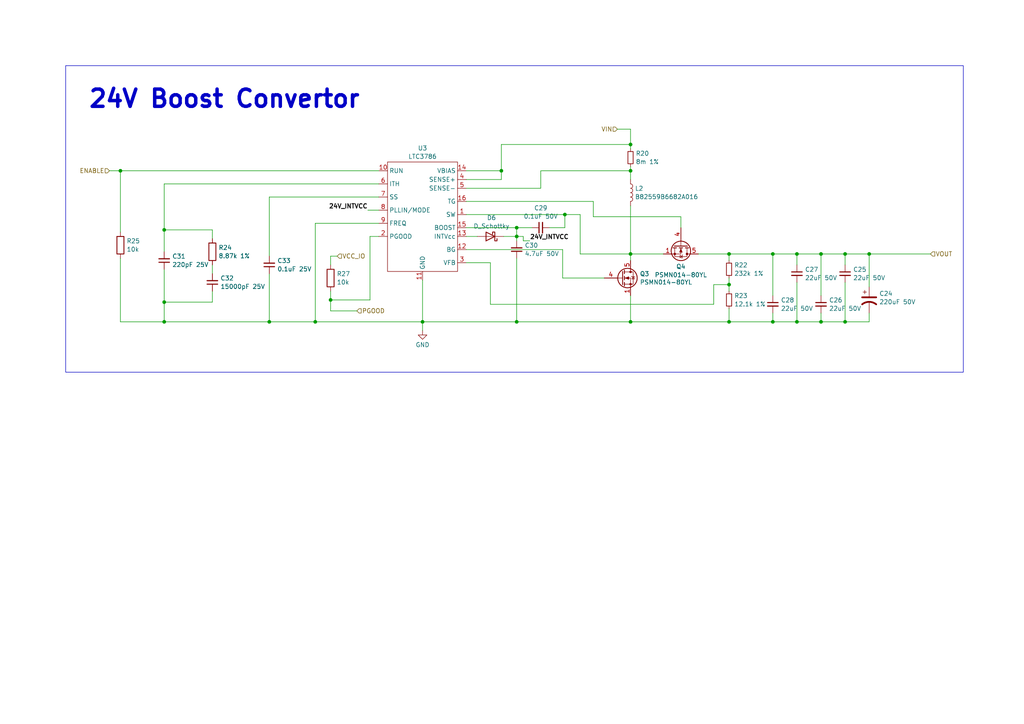
<source format=kicad_sch>
(kicad_sch (version 20230121) (generator eeschema)
  (paper "A4")
  (lib_symbols
    (symbol "Custom Parts:LTC3786"
      (property "Reference" "U" (at -8.89 15.24 0))
      (property "Value" "LTC3786" (at 6.35 15.24 0))
      (symbol "LTC3786_0_1"
        (polyline (pts (xy -10.16 13.97) (xy -10.16 -17.78) (xy 10.16 -17.78) (xy 10.16 13.97) (xy -10.16 13.97)))
      )
      (symbol "LTC3786_1_1"
        (pin input line (at 12.7 -1.27 180) (length 2.54) (name "SW") (number "1"))
        (pin input line (at -12.7 11.43 0) (length 2.54) (name "RUN") (number "10"))
        (pin input line (at 0 -20.32 90) (length 2.54) (name "GND") (number "11"))
        (pin input line (at 12.7 -11.43 180) (length 2.54) (name "BG") (number "12"))
        (pin input line (at 12.7 -7.62 180) (length 2.54) (name "INTVcc") (number "13"))
        (pin input line (at 12.7 11.43 180) (length 2.54) (name "VBIAS") (number "14"))
        (pin input line (at 12.7 -5.08 180) (length 2.54) (name "BOOST") (number "15"))
        (pin input line (at 12.7 2.54 180) (length 2.54) (name "TG") (number "16"))
        (pin input line (at 0 -20.32 90) (length 2.54) hide (name "GND") (number "17"))
        (pin input line (at -12.7 -7.62 0) (length 2.54) (name "PGOOD") (number "2"))
        (pin input line (at 12.7 -15.24 180) (length 2.54) (name "VFB") (number "3"))
        (pin input line (at 12.7 8.89 180) (length 2.54) (name "SENSE+") (number "4"))
        (pin input line (at 12.7 6.35 180) (length 2.54) (name "SENSE-") (number "5"))
        (pin input line (at -12.7 7.62 0) (length 2.54) (name "ITH") (number "6"))
        (pin input line (at -12.7 3.81 0) (length 2.54) (name "SS") (number "7"))
        (pin input line (at -12.7 0 0) (length 2.54) (name "PLLIN/MODE") (number "8"))
        (pin input line (at -12.7 -3.81 0) (length 2.54) (name "FREQ") (number "9"))
      )
    )
    (symbol "Custom Parts:PSMN014-80YL" (pin_names (offset 0) hide)
      (property "Reference" "Q" (at 6.35 2.54 0))
      (property "Value" "PSMN014-80YL" (at 12.7 0 0))
      (symbol "PSMN014-80YL_1_1"
        (polyline (pts (xy -1.27 0) (xy 0.254 0)))
        (polyline (pts (xy 0.762 -1.778) (xy 2.54 -1.778)))
        (polyline (pts (xy 0.762 -1.27) (xy 0.762 -2.286)) (stroke (width 0.254)))
        (polyline (pts (xy 0.762 0) (xy 2.54 0)))
        (polyline (pts (xy 0.762 0.508) (xy 0.762 -0.508)) (stroke (width 0.254)))
        (polyline (pts (xy 0.762 1.778) (xy 2.54 1.778)))
        (polyline (pts (xy 0.762 2.286) (xy 0.762 1.27)) (stroke (width 0.254)))
        (polyline (pts (xy 2.54 -1.778) (xy 2.54 -2.54)))
        (polyline (pts (xy 2.54 -1.778) (xy 2.54 0)))
        (polyline (pts (xy 2.54 2.54) (xy 2.54 1.778)))
        (polyline (pts (xy 0.254 1.905) (xy 0.254 -1.905) (xy 0.254 -1.905)) (stroke (width 0.254)))
        (polyline (pts (xy 1.016 0) (xy 2.032 0.381) (xy 2.032 -0.381) (xy 1.016 0)) (fill (type outline)))
        (polyline (pts (xy 2.54 -1.778) (xy 3.302 -1.778) (xy 3.302 1.778) (xy 2.54 1.778)))
        (polyline (pts (xy 2.794 0.508) (xy 2.921 0.381) (xy 3.683 0.381) (xy 3.81 0.254)))
        (polyline (pts (xy 3.302 0.381) (xy 2.921 -0.254) (xy 3.683 -0.254) (xy 3.302 0.381)))
        (circle (center 1.651 0) (radius 2.8194) (stroke (width 0.254)))
        (circle (center 2.54 -1.778) (radius 0.2794) (fill (type outline)))
        (circle (center 2.54 1.778) (radius 0.2794) (fill (type outline)))
        (pin passive line (at 2.54 -5.08 90) (length 2.54) (name "S") (number "1"))
        (pin passive line (at 2.54 -5.08 90) (length 2.54) hide (name "S") (number "2"))
        (pin passive line (at 2.54 -5.08 90) (length 2.54) hide (name "S") (number "3"))
        (pin passive line (at -5.08 0 0) (length 3.81) (name "G") (number "4"))
        (pin passive line (at 2.54 5.08 270) (length 2.54) (name "D") (number "5"))
      )
    )
    (symbol "Device:C_Polarized_US" (pin_numbers hide) (pin_names (offset 0.254) hide)
      (property "Reference" "C" (at 0.635 2.54 0))
      (property "Value" "C_Polarized_US" (at 0.635 -2.54 0))
      (symbol "C_Polarized_US_0_1"
        (polyline (pts (xy -2.032 0.762) (xy 2.032 0.762)) (stroke (width 0.508)))
        (polyline (pts (xy -1.778 2.286) (xy -0.762 2.286)))
        (polyline (pts (xy -1.27 1.778) (xy -1.27 2.794)))
        (arc (start 2.032 -1.27) (mid 0 -0.5572) (end -2.032 -1.27) (stroke (width 0.508)))
      )
      (symbol "C_Polarized_US_1_1"
        (pin passive line (at 0 3.81 270) (length 2.794) (name "~") (number "1"))
        (pin passive line (at 0 -3.81 90) (length 3.302) (name "~") (number "2"))
      )
    )
    (symbol "Device:C_Small" (pin_numbers hide) (pin_names (offset 0.254) hide)
      (property "Reference" "C" (at 0.254 1.778 0))
      (property "Value" "C_Small" (at 0.254 -2.032 0))
      (symbol "C_Small_0_1"
        (polyline (pts (xy -1.524 -0.508) (xy 1.524 -0.508)) (stroke (width 0.3302)))
        (polyline (pts (xy -1.524 0.508) (xy 1.524 0.508)) (stroke (width 0.3048)))
      )
      (symbol "C_Small_1_1"
        (pin passive line (at 0 2.54 270) (length 2.032) (name "~") (number "1"))
        (pin passive line (at 0 -2.54 90) (length 2.032) (name "~") (number "2"))
      )
    )
    (symbol "Device:D_Schottky" (pin_numbers hide) (pin_names (offset 1.016) hide)
      (property "Reference" "D" (at 0 2.54 0))
      (property "Value" "D_Schottky" (at 0 -2.54 0))
      (symbol "D_Schottky_0_1"
        (polyline (pts (xy 1.27 0) (xy -1.27 0)))
        (polyline (pts (xy 1.27 1.27) (xy 1.27 -1.27) (xy -1.27 0) (xy 1.27 1.27)) (stroke (width 0.254)))
        (polyline (pts (xy -1.905 0.635) (xy -1.905 1.27) (xy -1.27 1.27) (xy -1.27 -1.27) (xy -0.635 -1.27) (xy -0.635 -0.635)) (stroke (width 0.254)))
      )
      (symbol "D_Schottky_1_1"
        (pin passive line (at -3.81 0 0) (length 2.54) (name "K") (number "1"))
        (pin passive line (at 3.81 0 180) (length 2.54) (name "A") (number "2"))
      )
    )
    (symbol "Device:R" (pin_numbers hide) (pin_names (offset 0))
      (property "Reference" "R" (at 2.032 0 90))
      (property "Value" "R" (at 0 0 90))
      (symbol "R_0_1"
        (rectangle (start -1.016 -2.54) (end 1.016 2.54) (stroke (width 0.254)))
      )
      (symbol "R_1_1"
        (pin passive line (at 0 3.81 270) (length 1.27) (name "~") (number "1"))
        (pin passive line (at 0 -3.81 90) (length 1.27) (name "~") (number "2"))
      )
    )
    (symbol "Device:R_Small" (pin_numbers hide) (pin_names (offset 0.254) hide)
      (property "Reference" "R" (at 0.762 0.508 0))
      (property "Value" "R_Small" (at 0.762 -1.016 0))
      (symbol "R_Small_0_1"
        (rectangle (start -0.762 1.778) (end 0.762 -1.778) (stroke (width 0.2032)))
      )
      (symbol "R_Small_1_1"
        (pin passive line (at 0 2.54 270) (length 0.762) (name "~") (number "1"))
        (pin passive line (at 0 -2.54 90) (length 0.762) (name "~") (number "2"))
      )
    )
    (symbol "L_1" (pin_numbers hide) (pin_names (offset 1.016) hide)
      (property "Reference" "L2" (at 1.2673 1.2121 0))
      (property "Value" "B82559B6682A016" (at 1.2673 -1.2121 0))
      (symbol "L_1_0_1"
        (arc (start 0 -2.54) (mid 0.6323 -1.905) (end 0 -1.27))
        (arc (start 0 -1.27) (mid 0.6323 -0.635) (end 0 0))
        (arc (start 0 0) (mid 0.6323 0.635) (end 0 1.27))
        (arc (start 0 1.27) (mid 0.6323 1.905) (end 0 2.54))
      )
      (symbol "L_1_1_1"
        (pin passive line (at 0 3.81 270) (length 1.27) (name "1") (number "1"))
        (pin passive line (at 0 -3.81 90) (length 1.27) (name "2") (number "2"))
      )
    )
    (symbol "power:GND" (power) (pin_names (offset 0))
      (property "Value" "GND" (at 0 -3.81 0))
      (symbol "GND_0_1"
        (polyline (pts (xy 0 0) (xy 0 -1.27) (xy 1.27 -1.27) (xy 0 -2.54) (xy -1.27 -1.27) (xy 0 -1.27)))
      )
      (symbol "GND_1_1"
        (pin power_in line (at 0 0 270) (length 0) hide (name "GND") (number "1"))
      )
    )
  )
  (junction (at 182.88 41.91))
  (junction (at 145.415 49.53))
  (junction (at 245.11 73.66))
  (junction (at 224.155 73.66))
  (junction (at 245.11 93.345))
  (junction (at 182.88 49.53))
  (junction (at 252.095 73.66))
  (junction (at 95.885 86.995))
  (junction (at 91.44 93.345))
  (junction (at 47.625 87.63))
  (junction (at 224.155 93.345))
  (junction (at 211.455 73.66))
  (junction (at 182.88 73.66))
  (junction (at 149.86 68.58))
  (junction (at 47.625 66.675))
  (junction (at 47.625 93.345))
  (junction (at 78.105 93.345))
  (junction (at 231.14 93.345))
  (junction (at 34.925 49.53))
  (junction (at 211.455 82.55))
  (junction (at 149.86 93.345))
  (junction (at 238.125 93.345))
  (junction (at 149.86 66.04))
  (junction (at 182.88 93.345))
  (junction (at 231.14 73.66))
  (junction (at 163.83 62.23))
  (junction (at 211.455 93.345))
  (junction (at 122.555 93.345))
  (junction (at 238.125 73.66))
  (wire (pts (xy 146.05 68.58) (xy 149.86 68.58)))
  (wire (pts (xy 122.555 95.885) (xy 122.555 93.345)))
  (wire (pts (xy 182.88 93.345) (xy 149.86 93.345)))
  (wire (pts (xy 211.455 73.66) (xy 224.155 73.66)))
  (wire (pts (xy 95.885 86.995) (xy 107.315 86.995)))
  (wire (pts (xy 145.415 49.53) (xy 145.415 52.07)))
  (wire (pts (xy 34.925 93.345) (xy 47.625 93.345)))
  (wire (pts (xy 78.105 57.15) (xy 109.855 57.15)))
  (wire (pts (xy 145.415 49.53) (xy 135.255 49.53)))
  (wire (pts (xy 211.455 93.345) (xy 224.155 93.345)))
  (wire (pts (xy 231.14 73.66) (xy 238.125 73.66)))
  (wire (pts (xy 224.155 73.66) (xy 224.155 85.725)))
  (wire (pts (xy 168.275 62.23) (xy 163.83 62.23)))
  (wire (pts (xy 47.625 53.34) (xy 47.625 66.675)))
  (wire (pts (xy 145.415 41.91) (xy 145.415 49.53)))
  (wire (pts (xy 182.88 41.91) (xy 182.88 43.18)))
  (wire (pts (xy 245.11 93.345) (xy 252.095 93.345)))
  (wire (pts (xy 163.195 72.39) (xy 135.255 72.39)))
  (wire (pts (xy 224.155 93.345) (xy 224.155 90.805)))
  (wire (pts (xy 151.765 68.58) (xy 149.86 68.58)))
  (wire (pts (xy 238.125 73.66) (xy 245.11 73.66)))
  (wire (pts (xy 95.885 90.17) (xy 103.505 90.17)))
  (wire (pts (xy 182.88 49.53) (xy 182.88 52.07)))
  (wire (pts (xy 224.155 73.66) (xy 231.14 73.66)))
  (wire (pts (xy 107.315 86.995) (xy 107.315 68.58)))
  (wire (pts (xy 135.255 52.07) (xy 145.415 52.07)))
  (wire (pts (xy 149.86 93.345) (xy 122.555 93.345)))
  (wire (pts (xy 91.44 93.345) (xy 122.555 93.345)))
  (wire (pts (xy 238.125 93.345) (xy 245.11 93.345)))
  (wire (pts (xy 47.625 66.675) (xy 47.625 73.025)))
  (wire (pts (xy 211.455 82.55) (xy 211.455 84.455)))
  (wire (pts (xy 135.255 62.23) (xy 163.83 62.23)))
  (wire (pts (xy 156.845 54.61) (xy 156.845 49.53)))
  (wire (pts (xy 34.925 49.53) (xy 109.855 49.53)))
  (wire (pts (xy 224.155 93.345) (xy 231.14 93.345)))
  (wire (pts (xy 91.44 64.77) (xy 91.44 93.345)))
  (wire (pts (xy 61.595 87.63) (xy 47.625 87.63)))
  (wire (pts (xy 211.455 80.645) (xy 211.455 82.55)))
  (wire (pts (xy 245.11 81.915) (xy 245.11 93.345)))
  (wire (pts (xy 172.085 58.42) (xy 135.255 58.42)))
  (wire (pts (xy 151.765 69.85) (xy 151.765 68.58)))
  (wire (pts (xy 34.925 74.93) (xy 34.925 93.345)))
  (wire (pts (xy 197.485 62.865) (xy 172.085 62.865)))
  (wire (pts (xy 61.595 76.835) (xy 61.595 79.375)))
  (wire (pts (xy 252.095 73.66) (xy 269.875 73.66)))
  (wire (pts (xy 95.885 86.995) (xy 95.885 90.17)))
  (wire (pts (xy 163.83 66.04) (xy 163.83 62.23)))
  (wire (pts (xy 47.625 87.63) (xy 47.625 93.345)))
  (wire (pts (xy 231.14 81.915) (xy 231.14 93.345)))
  (wire (pts (xy 179.07 37.465) (xy 182.88 37.465)))
  (wire (pts (xy 145.415 41.91) (xy 182.88 41.91)))
  (wire (pts (xy 211.455 89.535) (xy 211.455 93.345)))
  (wire (pts (xy 168.275 73.66) (xy 168.275 62.23)))
  (wire (pts (xy 238.125 73.66) (xy 238.125 85.725)))
  (wire (pts (xy 122.555 81.28) (xy 122.555 93.345)))
  (wire (pts (xy 47.625 78.105) (xy 47.625 87.63)))
  (wire (pts (xy 47.625 66.675) (xy 61.595 66.675)))
  (wire (pts (xy 95.885 84.455) (xy 95.885 86.995)))
  (wire (pts (xy 156.845 49.53) (xy 182.88 49.53)))
  (wire (pts (xy 159.385 66.04) (xy 163.83 66.04)))
  (wire (pts (xy 149.86 68.58) (xy 149.86 69.85)))
  (wire (pts (xy 149.86 74.93) (xy 149.86 93.345)))
  (wire (pts (xy 182.88 73.66) (xy 192.405 73.66)))
  (wire (pts (xy 78.105 93.345) (xy 91.44 93.345)))
  (wire (pts (xy 149.86 66.04) (xy 154.305 66.04)))
  (wire (pts (xy 61.595 66.675) (xy 61.595 69.215)))
  (wire (pts (xy 172.085 62.865) (xy 172.085 58.42)))
  (wire (pts (xy 163.195 80.645) (xy 175.26 80.645)))
  (wire (pts (xy 182.88 48.26) (xy 182.88 49.53)))
  (wire (pts (xy 252.095 93.345) (xy 252.095 90.805)))
  (wire (pts (xy 153.67 69.85) (xy 151.765 69.85)))
  (wire (pts (xy 47.625 53.34) (xy 109.855 53.34)))
  (wire (pts (xy 135.255 54.61) (xy 156.845 54.61)))
  (wire (pts (xy 47.625 93.345) (xy 78.105 93.345)))
  (wire (pts (xy 95.885 74.295) (xy 95.885 76.835)))
  (wire (pts (xy 252.095 73.66) (xy 245.11 73.66)))
  (wire (pts (xy 34.925 49.53) (xy 34.925 67.31)))
  (wire (pts (xy 245.11 73.66) (xy 245.11 76.835)))
  (wire (pts (xy 182.88 59.69) (xy 182.88 73.66)))
  (wire (pts (xy 109.855 64.77) (xy 91.44 64.77)))
  (wire (pts (xy 182.88 37.465) (xy 182.88 41.91)))
  (wire (pts (xy 149.86 68.58) (xy 149.86 66.04)))
  (wire (pts (xy 231.14 73.66) (xy 231.14 76.835)))
  (wire (pts (xy 211.455 73.66) (xy 211.455 75.565)))
  (wire (pts (xy 142.24 88.265) (xy 142.24 76.2)))
  (wire (pts (xy 78.105 57.15) (xy 78.105 74.295)))
  (wire (pts (xy 182.88 85.725) (xy 182.88 93.345)))
  (wire (pts (xy 207.01 82.55) (xy 207.01 88.265)))
  (wire (pts (xy 95.885 74.295) (xy 97.79 74.295)))
  (wire (pts (xy 182.88 73.66) (xy 182.88 75.565)))
  (wire (pts (xy 106.68 60.96) (xy 109.855 60.96)))
  (wire (pts (xy 211.455 82.55) (xy 207.01 82.55)))
  (wire (pts (xy 107.315 68.58) (xy 109.855 68.58)))
  (wire (pts (xy 142.24 76.2) (xy 135.255 76.2)))
  (wire (pts (xy 202.565 73.66) (xy 211.455 73.66)))
  (wire (pts (xy 78.105 79.375) (xy 78.105 93.345)))
  (wire (pts (xy 135.255 66.04) (xy 149.86 66.04)))
  (wire (pts (xy 135.255 68.58) (xy 138.43 68.58)))
  (wire (pts (xy 238.125 90.805) (xy 238.125 93.345)))
  (wire (pts (xy 31.75 49.53) (xy 34.925 49.53)))
  (wire (pts (xy 61.595 84.455) (xy 61.595 87.63)))
  (wire (pts (xy 163.195 80.645) (xy 163.195 72.39)))
  (wire (pts (xy 182.88 73.66) (xy 168.275 73.66)))
  (wire (pts (xy 182.88 93.345) (xy 211.455 93.345)))
  (wire (pts (xy 197.485 66.04) (xy 197.485 62.865)))
  (wire (pts (xy 252.095 83.185) (xy 252.095 73.66)))
  (wire (pts (xy 231.14 93.345) (xy 238.125 93.345)))
  (wire (pts (xy 207.01 88.265) (xy 142.24 88.265)))
  (rectangle (start 19.05 19.05) (end 279.4 107.95))
  (text "24V Boost Convertor" (at 25.4 31.75 0) (effects (font (size 5 5) bold) (justify left bottom)))
  (label "24V_INTVCC" (at 106.68 60.96 180) (effects (font bold)))
  (label "24V_INTVCC" (at 153.67 69.85 0) (effects (font bold)))
  (hierarchical_label "PGOOD" (shape input) (at 103.505 90.17 0))
  (hierarchical_label "VIN" (shape input) (at 179.07 37.465 180))
  (hierarchical_label "VOUT" (shape input) (at 269.875 73.66 0))
  (hierarchical_label "ENABLE" (shape input) (at 31.75 49.53 180))
  (hierarchical_label "VCC_IO" (shape input) (at 97.79 74.295 0))
  (symbol (lib_id "Device:C_Small") (at 238.125 88.265 0) (unit 1)
    (property "Reference" "C26" (at 240.4491 87.0592 0) (effects (justify left)))
    (property "Value" "22uF 50V" (at 240.4491 89.4834 0) (effects (justify left)))
    (instances (project "bilge-vacuum" (path "" (reference "C26") (unit 1)) (path "" (reference "C33") (unit 1))))
  )
  (symbol (lib_id "Device:R") (at 95.885 80.645 180) (unit 1)
    (property "Reference" "R27" (at 97.663 79.4329 0) (effects (justify right)))
    (property "Value" "10k" (at 97.663 81.8571 0) (effects (justify right)))
    (instances (project "bilge-vacuum" (path "" (reference "R27") (unit 1)) (path "" (reference "R23") (unit 1))))
  )
  (symbol (lib_id "Custom Parts:PSMN014-80YL") (at 180.34 80.645 0) (unit 1)
    (property "Reference" "Q3" (at 185.5724 79.4329 0) (effects (justify left)))
    (property "Value" "PSMN014-80YL" (at 185.5724 81.8571 0) (effects (justify left)))
    (property "Footprint" "Package_TO_SOT_SMD:LFPAK56" (effects hide))
    (property "Datasheet" "https://assets.nexperia.com/documents/data-sheet/PSMN5R2-60YL.pdf" (effects hide))
    (instances (project "bilge-vacuum" (path "" (reference "Q3") (unit 1)) (path "" (reference "Q4") (unit 1))))
  )
  (symbol (lib_id "Device:C_Small") (at 61.595 81.915 180) (unit 1)
    (property "Reference" "C32" (at 63.9191 80.6965 0) (effects (justify right)))
    (property "Value" "15000pF 25V" (at 63.9191 83.1207 0) (effects (justify right)))
    (instances (project "bilge-vacuum" (path "" (reference "C32") (unit 1)) (path "" (reference "C27") (unit 1))))
  )
  (symbol (lib_id "Custom Parts:LTC3786") (at 122.555 60.96 0) (unit 1)
    (property "Reference" "U3" (at 122.555 42.9727 0))
    (property "Value" "LTC3786" (at 122.555 45.3969 0))
    (property "Footprint" "Custom:QFN-16" (effects hide))
  )
  (symbol (lib_id "Device:C_Small") (at 149.86 72.39 180) (unit 1)
    (property "Reference" "C30" (at 152.1841 71.1715 0) (effects (justify right)))
    (property "Value" "4.7uF 50V" (at 152.1841 73.5957 0) (effects (justify right)))
    (instances (project "bilge-vacuum" (path "" (reference "C30") (unit 1)) (path "" (reference "C29") (unit 1))))
  )
  (symbol (lib_id "Device:C_Small") (at 47.625 75.565 180) (unit 1)
    (property "Reference" "C31" (at 49.9491 74.3465 0) (effects (justify right)))
    (property "Value" "220pF 25V" (at 49.9491 76.7707 0) (effects (justify right)))
    (instances (project "bilge-vacuum" (path "" (reference "C31") (unit 1)) (path "" (reference "C26") (unit 1))))
  )
  (symbol (lib_id "Device:C_Small") (at 156.845 66.04 90) (unit 1)
    (property "Reference" "C29" (at 156.8513 60.3336 90))
    (property "Value" "0.1uF 50V" (at 156.8513 62.7578 90))
    (instances (project "bilge-vacuum" (path "" (reference "C29") (unit 1)) (path "" (reference "C30") (unit 1))))
  )
  (symbol (lib_id "Device:R_Small") (at 211.455 78.105 0) (unit 1)
    (property "Reference" "R22" (at 212.9536 76.8929 0) (effects (justify left)))
    (property "Value" "232k 1%" (at 212.9536 79.3171 0) (effects (justify left)))
    (instances (project "bilge-vacuum" (path "" (reference "R22") (unit 1)) (path "" (reference "R25") (unit 1))))
  )
  (symbol (lib_id "Device:C_Small") (at 245.11 79.375 0) (unit 1)
    (property "Reference" "C25" (at 247.4341 78.1692 0) (effects (justify left)))
    (property "Value" "22uF 50V" (at 247.4341 80.5934 0) (effects (justify left)))
    (instances (project "bilge-vacuum" (path "" (reference "C25") (unit 1)) (path "" (reference "C34") (unit 1))))
  )
  (symbol (lib_id "Device:R_Small") (at 211.455 86.995 180) (unit 1)
    (property "Reference" "R23" (at 212.9536 85.7829 0) (effects (justify right)))
    (property "Value" "12.1k 1%" (at 212.9536 88.2071 0) (effects (justify right)))
    (instances (project "bilge-vacuum" (path "" (reference "R23") (unit 1)) (path "" (reference "R26") (unit 1))))
  )
  (symbol (lib_id "Device:C_Small") (at 224.155 88.265 0) (unit 1)
    (property "Reference" "C28" (at 226.4791 87.0592 0) (effects (justify left)))
    (property "Value" "22uF 50V" (at 226.4791 89.4834 0) (effects (justify left)))
    (instances (project "bilge-vacuum" (path "" (reference "C28") (unit 1)) (path "" (reference "C31") (unit 1))))
  )
  (symbol (lib_id "Device:C_Small") (at 78.105 76.835 180) (unit 1)
    (property "Reference" "C33" (at 80.4291 75.6165 0) (effects (justify right)))
    (property "Value" "0.1uF 25V" (at 80.4291 78.0407 0) (effects (justify right)))
    (instances (project "bilge-vacuum" (path "" (reference "C33") (unit 1)) (path "" (reference "C28") (unit 1))))
  )
  (symbol (lib_id "Device:D_Schottky") (at 142.24 68.58 180) (unit 1)
    (property "Reference" "D6" (at 142.5575 63.1657 0))
    (property "Value" "D_Schottky" (at 142.5575 65.5899 0))
  )
  (symbol (lib_id "Device:C_Polarized_US") (at 252.095 86.995 0) (unit 1)
    (property "Reference" "C24" (at 255.016 85.1479 0) (effects (justify left)))
    (property "Value" "220uF 50V" (at 255.016 87.5721 0) (effects (justify left)))
    (instances (project "bilge-vacuum" (path "" (reference "C24") (unit 1)) (path "" (reference "C35") (unit 1))))
  )
  (symbol (lib_id "power:GND") (at 122.555 95.885 0) (unit 1)
    (property "Reference" "#PWR020" (effects hide))
    (property "Value" "GND" (at 122.555 100.0181 0))
    (instances (project "bilge-vacuum" (path "" (reference "#PWR020") (unit 1)) (path "" (reference "#PWR022") (unit 1))))
  )
  (symbol (lib_id "Custom Parts:PSMN014-80YL") (at 197.485 71.12 270) (unit 1)
    (property "Reference" "Q4" (at 197.485 77.3105 90))
    (property "Value" "PSMN014-80YL" (at 197.485 79.7347 90))
    (property "Footprint" "Package_TO_SOT_SMD:LFPAK56" (effects hide))
    (property "Datasheet" "https://assets.nexperia.com/documents/data-sheet/PSMN5R2-60YL.pdf" (effects hide))
    (instances (project "bilge-vacuum" (path "" (reference "Q4") (unit 1)) (path "" (reference "Q6") (unit 1))))
  )
  (symbol (lib_id "Device:R_Small") (at 182.88 45.72 0) (unit 1)
    (property "Reference" "R20" (at 184.3786 44.5079 0) (effects (justify left)))
    (property "Value" "8m 1%" (at 184.3786 46.9321 0) (effects (justify left)))
    (instances (project "bilge-vacuum" (path "" (reference "R20") (unit 1)) (path "" (reference "R24") (unit 1))))
  )
  (symbol (lib_id "Device:R") (at 34.925 71.12 180) (unit 1)
    (property "Reference" "R25" (at 36.703 69.9079 0) (effects (justify right)))
    (property "Value" "10k" (at 36.703 72.3321 0) (effects (justify right)))
    (instances (project "bilge-vacuum" (path "" (reference "R25") (unit 1)) (path "" (reference "R20") (unit 1))))
  )
  (symbol (lib_id "Device:C_Small") (at 231.14 79.375 0) (unit 1)
    (property "Reference" "C27" (at 233.4641 78.1692 0) (effects (justify left)))
    (property "Value" "22uF 50V" (at 233.4641 80.5934 0) (effects (justify left)))
    (instances (project "bilge-vacuum" (path "" (reference "C27") (unit 1)) (path "" (reference "C32") (unit 1))))
  )
  (symbol (lib_name "L_1") (lib_id "Device:L") (at 182.88 55.88 0) (unit 1)
    (property "Reference" "L2" (at 184.1473 54.6679 0) (effects (justify left)))
    (property "Value" "B82559B6682A016" (at 184.1473 57.0921 0) (effects (justify left)))
    (property "Footprint" "Custom Parts:TDK-ERU-16" (effects hide))
  )
  (symbol (lib_id "Device:R") (at 61.595 73.025 180) (unit 1)
    (property "Reference" "R24" (at 63.373 71.8129 0) (effects (justify right)))
    (property "Value" "8.87k 1%" (at 63.373 74.2371 0) (effects (justify right)))
    (instances (project "bilge-vacuum" (path "" (reference "R24") (unit 1)) (path "" (reference "R22") (unit 1))))
  )
)
</source>
